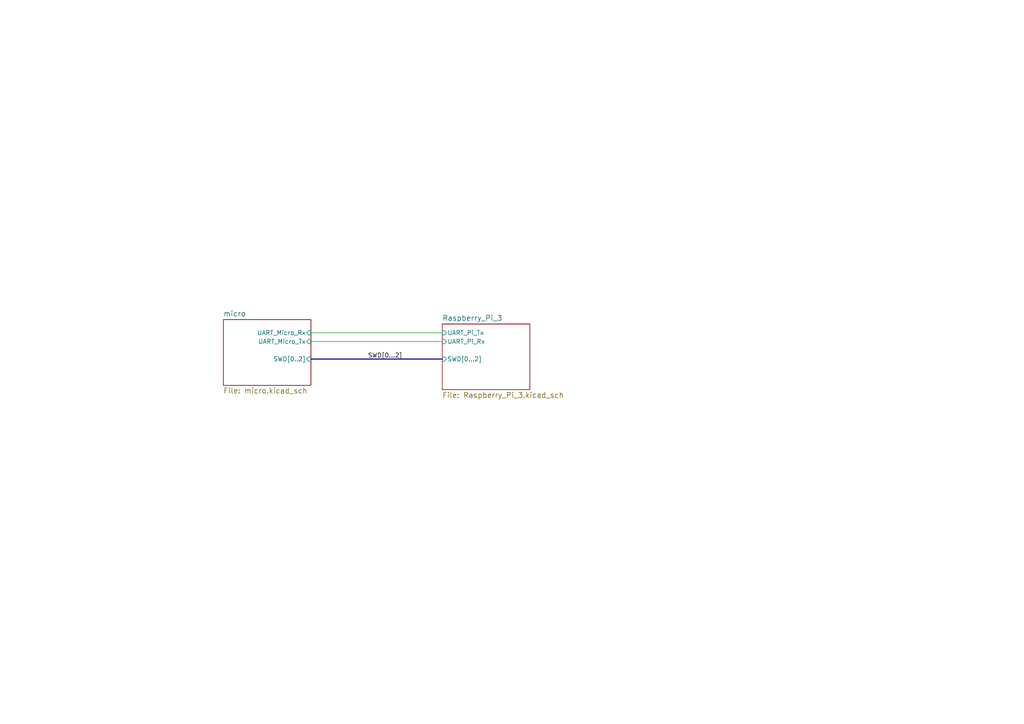
<source format=kicad_sch>
(kicad_sch (version 20211123) (generator eeschema)
  (paper "A4")
  (lib_symbols)
  (wire (pts (xy 128.27 96.52) (xy 90.17 96.52)))
  (wire (pts (xy 128.27 99.06) (xy 90.17 99.06)))
  (bus (pts (xy 90.17 104.14) (xy 128.27 104.14)))
  (label "SWD[0...2]" (at 106.68 104.14 0))
  (sheet (at 64.77 92.71) (size 25.4 19.05)
    (property "Sheet name" "micro" (at 64.77 91.8714 0) (effects (font (size 1.524 1.524)) (justify left bottom)))
    (property "Sheet file" "micro.kicad_sch" (at 64.77 112.4462 0) (effects (font (size 1.524 1.524)) (justify left top)))
    (pin "UART_Micro_Rx" input (at 90.17 96.52 0))
    (pin "UART_Micro_Tx" input (at 90.17 99.06 0))
    (pin "SWD[0..2]" input (at 90.17 104.14 0))
  )
  (sheet (at 128.27 93.98) (size 25.4 19.05)
    (property "Sheet name" "Raspberry_Pi_3" (at 128.27 93.1414 0) (effects (font (size 1.524 1.524)) (justify left bottom)))
    (property "Sheet file" "Raspberry_Pi_3.kicad_sch" (at 128.27 113.7162 0) (effects (font (size 1.524 1.524)) (justify left top)))
    (pin "UART_Pi_Tx" input (at 128.27 96.52 180))
    (pin "UART_Pi_Rx" input (at 128.27 99.06 180))
    (pin "SWD[0...2]" input (at 128.27 104.14 180))
  )
)
</source>
